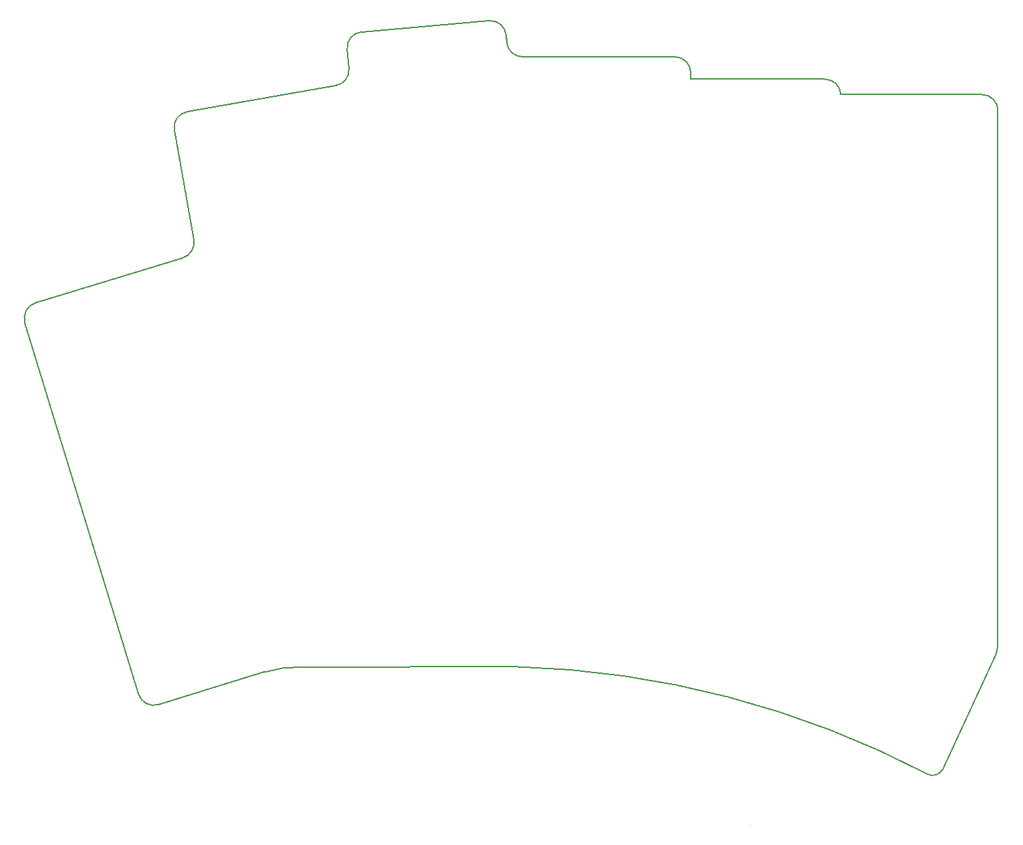
<source format=gbr>
%TF.GenerationSoftware,KiCad,Pcbnew,8.0.5-1.fc40*%
%TF.CreationDate,2024-10-20T23:35:03+02:00*%
%TF.ProjectId,fro_dux-v1,66726f5f-6475-4782-9d76-312e6b696361,v1.0.0*%
%TF.SameCoordinates,Original*%
%TF.FileFunction,Profile,NP*%
%FSLAX46Y46*%
G04 Gerber Fmt 4.6, Leading zero omitted, Abs format (unit mm)*
G04 Created by KiCad (PCBNEW 8.0.5-1.fc40) date 2024-10-20 23:35:03*
%MOMM*%
%LPD*%
G01*
G04 APERTURE LIST*
%TA.AperFunction,Profile*%
%ADD10C,0.150000*%
%TD*%
%TA.AperFunction,Profile*%
%ADD11C,0.050000*%
%TD*%
G04 APERTURE END LIST*
D10*
X104212524Y119749815D02*
G75*
G02*
X102220124Y121575504I-24J1999985D01*
G01*
D11*
X133000001Y22500000D02*
X133000001Y22500000D01*
X133000001Y22500000D01*
X133000001Y22500000D01*
X133000001Y22500000D01*
X133000001Y22500000D01*
X133000001Y22500000D01*
X133000001Y22499999D01*
X133000001Y22499999D01*
X133000001Y22499999D01*
X133000001Y22499999D01*
X133000001Y22499999D01*
X133000001Y22499999D01*
X133000000Y22499999D01*
X133000000Y22499999D01*
X133000000Y22499999D01*
X133000000Y22499999D01*
X133000000Y22499999D01*
X133000000Y22499999D01*
X133000000Y22499999D01*
X133000000Y22499999D01*
X133000000Y22499999D01*
X133000000Y22499999D01*
X133000000Y22499999D01*
X133000000Y22499999D01*
X132999999Y22499999D01*
X132999999Y22499999D01*
X132999999Y22499999D01*
X132999999Y22499999D01*
X132999999Y22499999D01*
X132999999Y22500000D01*
X132999999Y22500000D01*
X132999999Y22500000D01*
X132999999Y22500000D01*
X132999999Y22500000D01*
X132999999Y22500000D01*
X132999999Y22500000D01*
X132999999Y22500000D02*
X132999999Y22500000D01*
X132999999Y22500000D01*
X132999999Y22500000D01*
X132999999Y22500000D01*
X132999999Y22500000D01*
X132999999Y22500001D01*
X132999999Y22500001D01*
X132999999Y22500001D01*
X132999999Y22500001D01*
X132999999Y22500001D01*
X132999999Y22500001D01*
X133000000Y22500001D01*
X133000000Y22500001D01*
X133000000Y22500001D01*
X133000000Y22500001D01*
X133000000Y22500001D01*
X133000000Y22500001D01*
X133000000Y22500001D01*
X133000000Y22500001D01*
X133000000Y22500001D01*
X133000000Y22500001D01*
X133000000Y22500001D01*
X133000000Y22500001D01*
X133000001Y22500001D01*
X133000001Y22500001D01*
X133000001Y22500001D01*
X133000001Y22500001D01*
X133000001Y22500001D01*
X133000001Y22500001D01*
X133000001Y22500001D01*
X133000001Y22500000D01*
X133000001Y22500000D01*
X133000001Y22500000D01*
X133000001Y22500000D01*
X133000001Y22500000D01*
X133000001Y22500000D01*
D10*
X82233091Y118259454D02*
G75*
G02*
X80588005Y116115481I-1992391J-174354D01*
G01*
X157409315Y29528414D02*
G75*
G02*
X155459445Y28922594I-1259315J612386D01*
G01*
X60120825Y110475759D02*
X62576774Y96547382D01*
X103500000Y42500000D02*
X76148965Y42467382D01*
X164411086Y46000000D02*
G75*
G02*
X164191861Y44115551I-6112386J-243900D01*
G01*
X83834124Y122906984D02*
X99972478Y124318907D01*
X58090380Y37708445D02*
G75*
G02*
X55592955Y39036289I-584780J1912655D01*
G01*
X58090381Y37708444D02*
X71518873Y41813947D01*
X125511087Y116916483D02*
X142511087Y116916483D01*
X162411087Y114966483D02*
X144510462Y114966483D01*
X104212524Y119749816D02*
X123511087Y119749816D01*
X71518873Y41813947D02*
G75*
G02*
X76148965Y42467369I4385527J-14344547D01*
G01*
X41208340Y86086505D02*
X55593028Y39036311D01*
X99972478Y124318908D02*
G75*
G02*
X102139207Y122500831I174322J-1992408D01*
G01*
X123511087Y119749816D02*
G75*
G02*
X125511116Y117749816I13J-2000016D01*
G01*
X60120826Y110475759D02*
G75*
G02*
X61743143Y112792675I1969614J347301D01*
G01*
X142511087Y116916483D02*
G75*
G02*
X144510458Y114966483I13J-1999983D01*
G01*
X41208341Y86086504D02*
G75*
G02*
X42536205Y88583859I1912609J584746D01*
G01*
X102139179Y122500829D02*
X102220134Y121575505D01*
X61743144Y112792671D02*
X80587997Y116115527D01*
X62576773Y96547382D02*
G75*
G02*
X61191889Y94287520I-1969573J-347282D01*
G01*
X82016046Y120740284D02*
G75*
G02*
X83834126Y122906958I1992354J174316D01*
G01*
X42536206Y88583857D02*
X61191902Y94287476D01*
X125511087Y117749816D02*
X125511087Y116916483D01*
X82233090Y118259454D02*
X82016046Y120740283D01*
X162411087Y114966483D02*
G75*
G02*
X164411083Y112966483I13J-1999983D01*
G01*
X164411087Y46000000D02*
X164411087Y112966483D01*
X164191868Y44115549D02*
X157409315Y29528414D01*
X103500000Y42499999D02*
G75*
G02*
X155459448Y28922600I-3408000J-119252799D01*
G01*
M02*

</source>
